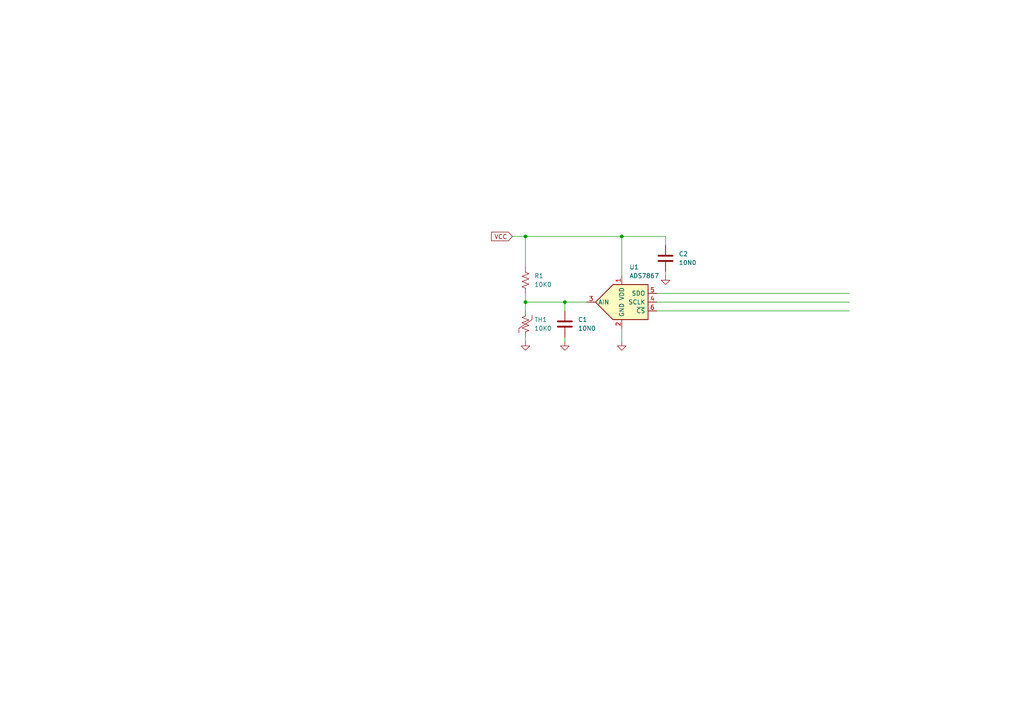
<source format=kicad_sch>
(kicad_sch (version 20231120) (generator "eeschema") (generator_version "8.0")
  (paper "A4")
  (lib_symbols
    (symbol "Analog_ADC:ADS7867" (pin_names (offset 0.762))
      (property "Reference" "U" (at 1.27 6.35 0))
      (property "Value" "ADS7867" (at 1.27 -6.35 0))
      (symbol "ADS7867_0_1"
        (polyline (pts (xy -2.54 5.08) (xy 7.62 5.08) (xy 7.62 -5.08) (xy -2.54 -5.08) (xy -7.62 0) (xy -2.54 5.08)) (stroke (width 0.254)) (fill (type background)))
      )
      (symbol "ADS7867_1_1"
        (pin power_in line (at 0 7.62 270) (length 2.54) (name "VDD") (number "1"))
        (pin power_in line (at 0 -7.62 90) (length 2.54) (name "GND") (number "2"))
        (pin input line (at -10.16 0 0) (length 2.54) (name "AIN") (number "3"))
        (pin input line (at 10.16 0 180) (length 2.54) (name "SCLK") (number "4"))
        (pin tri_state line (at 10.16 2.54 180) (length 2.54) (name "SDO") (number "5"))
        (pin input line (at 10.16 -2.54 180) (length 2.54) (name "~{CS}") (number "6"))
      )
    )
    (symbol "Device:C" (pin_numbers hide) (pin_names (offset 0.254))
      (property "Reference" "C" (at 0.635 2.54 0))
      (property "Value" "C" (at 0.635 -2.54 0))
      (symbol "C_0_1"
        (polyline (pts (xy -2.032 -0.762) (xy 2.032 -0.762)) (stroke (width 0.508)))
        (polyline (pts (xy -2.032 0.762) (xy 2.032 0.762)) (stroke (width 0.508)))
      )
      (symbol "C_1_1"
        (pin passive line (at 0 3.81 270) (length 2.794) (name "~") (number "1"))
        (pin passive line (at 0 -3.81 90) (length 2.794) (name "~") (number "2"))
      )
    )
    (symbol "Device:R_US" (pin_numbers hide) (pin_names (offset 0))
      (property "Reference" "R" (at 2.54 0 90))
      (property "Value" "R_US" (at -2.54 0 90))
      (symbol "R_US_0_1"
        (polyline (pts (xy 0 -2.286) (xy 0 -2.54)))
        (polyline (pts (xy 0 2.286) (xy 0 2.54)))
        (polyline (pts (xy 0 -0.762) (xy 1.016 -1.143) (xy 0 -1.524) (xy -1.016 -1.905) (xy 0 -2.286)))
        (polyline (pts (xy 0 0.762) (xy 1.016 0.381) (xy 0 0) (xy -1.016 -0.381) (xy 0 -0.762)))
        (polyline (pts (xy 0 2.286) (xy 1.016 1.905) (xy 0 1.524) (xy -1.016 1.143) (xy 0 0.762)))
      )
      (symbol "R_US_1_1"
        (pin passive line (at 0 3.81 270) (length 1.27) (name "~") (number "1"))
        (pin passive line (at 0 -3.81 90) (length 1.27) (name "~") (number "2"))
      )
    )
    (symbol "Device:Thermistor_US" (pin_numbers hide) (pin_names (offset 0))
      (property "Reference" "TH" (at 2.54 1.27 90))
      (property "Value" "Thermistor_US" (at -2.54 0 90))
      (symbol "Thermistor_US_0_1"
        (polyline (pts (xy 0 -2.286) (xy 0 -2.54)))
        (polyline (pts (xy 0 2.286) (xy 0 2.54)))
        (polyline (pts (xy 1.905 -1.27) (xy 1.905 -2.54)))
        (polyline (pts (xy -1.905 2.54) (xy -1.905 1.27) (xy 1.905 -1.27)))
        (polyline (pts (xy 0 -0.762) (xy 1.016 -1.143) (xy 0 -1.524) (xy -1.016 -1.905) (xy 0 -2.286)))
        (polyline (pts (xy 0 0.762) (xy 1.016 0.381) (xy 0 0) (xy -1.016 -0.381) (xy 0 -0.762)))
        (polyline (pts (xy 0 2.286) (xy 1.016 1.905) (xy 0 1.524) (xy -1.016 1.143) (xy 0 0.762)))
      )
      (symbol "Thermistor_US_1_1"
        (pin passive line (at 0 3.81 270) (length 1.27) (name "~") (number "1"))
        (pin passive line (at 0 -3.81 90) (length 1.27) (name "~") (number "2"))
      )
    )
    (symbol "power:GND" (power) (pin_numbers hide) (pin_names (offset 0) hide)
      (property "Value" "GND" (at 0 -3.81 0))
      (symbol "GND_0_1"
        (polyline (pts (xy 0 0) (xy 0 -1.27) (xy 1.27 -1.27) (xy 0 -2.54) (xy -1.27 -1.27) (xy 0 -1.27)))
      )
      (symbol "GND_1_1"
        (pin power_in line (at 0 0 270) (length 0) (name "~") (number "1"))
      )
    )
  )
  (junction (at 180.34 68.58))
  (junction (at 163.83 87.63))
  (junction (at 152.4 68.58))
  (junction (at 152.4 87.63))
  (wire (pts (xy 193.04 71.12) (xy 193.04 68.58)))
  (wire (pts (xy 190.5 85.09) (xy 246.38 85.09)))
  (wire (pts (xy 163.83 87.63) (xy 170.18 87.63)))
  (wire (pts (xy 163.83 99.06) (xy 163.83 97.79)))
  (wire (pts (xy 152.4 68.58) (xy 180.34 68.58)))
  (wire (pts (xy 152.4 99.06) (xy 152.4 97.79)))
  (wire (pts (xy 193.04 80.01) (xy 193.04 78.74)))
  (wire (pts (xy 152.4 87.63) (xy 163.83 87.63)))
  (wire (pts (xy 190.5 90.17) (xy 246.38 90.17)))
  (wire (pts (xy 152.4 87.63) (xy 152.4 90.17)))
  (wire (pts (xy 163.83 90.17) (xy 163.83 87.63)))
  (wire (pts (xy 190.5 87.63) (xy 246.38 87.63)))
  (wire (pts (xy 152.4 85.09) (xy 152.4 87.63)))
  (wire (pts (xy 148.59 68.58) (xy 152.4 68.58)))
  (wire (pts (xy 180.34 68.58) (xy 180.34 80.01)))
  (wire (pts (xy 180.34 99.06) (xy 180.34 95.25)))
  (wire (pts (xy 152.4 68.58) (xy 152.4 77.47)))
  (wire (pts (xy 180.34 68.58) (xy 193.04 68.58)))
  (global_label "VCC" (shape input) (at 148.59 68.58 180) (property "Intersheetrefs" "${INTERSHEET_REFS}" (effects (hide yes))))
  (symbol (lib_id "Device:Thermistor_US") (at 152.4 93.98 0) (mirror y) (unit 1)
    (property "Reference" "TH1" (at 154.94 92.7099 0) (effects (justify right)))
    (property "Value" "10K0" (at 154.94 95.2499 0) (effects (justify right)))
    (property "Description" "Thermistor, temperature dependent resistor, US symbol" (effects (hide yes)))
  )
  (symbol (lib_id "Device:C") (at 163.83 93.98 0) (unit 1)
    (property "Reference" "C1" (at 167.64 92.7099 0) (effects (justify left)))
    (property "Value" "10N0" (at 167.64 95.2499 0) (effects (justify left)))
    (property "Description" "Unpolarized capacitor" (effects (hide yes)))
  )
  (symbol (lib_id "power:GND") (at 152.4 99.06 0) (unit 1)
    (property "Reference" "#PWR2" (effects (hide yes)))
    (property "Value" "GND" (effects (hide yes)))
    (property "Description" "Power symbol creates a global label with name \"GND\" , ground" (effects (hide yes)))
  )
  (symbol (lib_id "Device:R_US") (at 152.4 81.28 0) (unit 1)
    (property "Reference" "R1" (at 154.94 80.0099 0) (effects (justify left)))
    (property "Value" "10K0" (at 154.94 82.5499 0) (effects (justify left)))
    (property "Description" "Resistor, US symbol" (effects (hide yes)))
  )
  (symbol (lib_id "power:GND") (at 163.83 99.06 0) (unit 1)
    (property "Reference" "#PWR3" (effects (hide yes)))
    (property "Value" "GND" (effects (hide yes)))
    (property "Description" "Power symbol creates a global label with name \"GND\" , ground" (effects (hide yes)))
  )
  (symbol (lib_id "power:GND") (at 180.34 99.06 0) (unit 1)
    (property "Reference" "#PWR1" (effects (hide yes)))
    (property "Value" "GND" (effects (hide yes)))
    (property "Description" "Power symbol creates a global label with name \"GND\" , ground" (effects (hide yes)))
  )
  (symbol (lib_id "Device:C") (at 193.04 74.93 0) (unit 1)
    (property "Reference" "C2" (at 196.85 73.6599 0) (effects (justify left)))
    (property "Value" "10N0" (at 196.85 76.1999 0) (effects (justify left)))
    (property "Description" "Unpolarized capacitor" (effects (hide yes)))
  )
  (symbol (lib_id "Analog_ADC:ADS7867") (at 180.34 87.63 0) (unit 1)
    (property "Reference" "U1" (at 182.5341 77.47 0) (effects (justify left)))
    (property "Value" "ADS7867" (at 182.5341 80.01 0) (effects (justify left)))
    (property "Footprint" "Package_TO_SOT_SMD:TSOT-23-6" (effects (hide yes)))
    (property "Datasheet" "http://www.ti.com/lit/ds/symlink/ads7866.pdf" (effects (hide yes)))
    (property "Description" "Single Channel 10-bit ADC,  100-200ksps, SPI, micro-power, SOT-23-6" (effects (hide yes)))
  )
  (symbol (lib_id "power:GND") (at 193.04 80.01 0) (unit 1)
    (property "Reference" "#PWR4" (effects (hide yes)))
    (property "Value" "GND" (effects (hide yes)))
    (property "Description" "Power symbol creates a global label with name \"GND\" , ground" (effects (hide yes)))
  )
)
</source>
